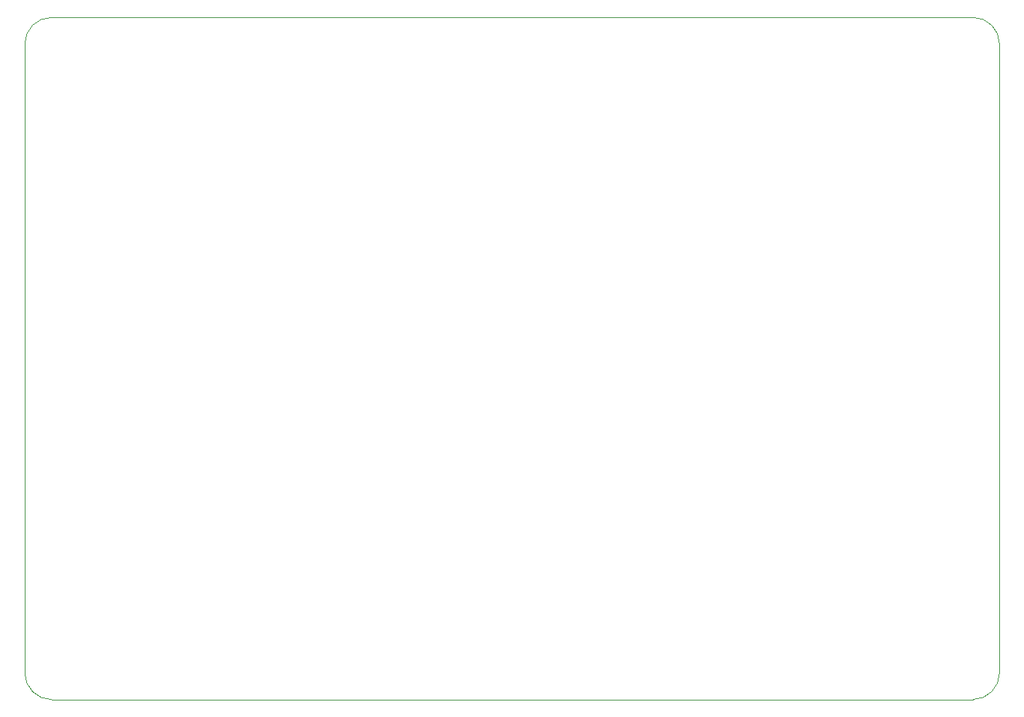
<source format=gbr>
%TF.GenerationSoftware,KiCad,Pcbnew,7.0.2*%
%TF.CreationDate,2023-09-15T09:46:50+02:00*%
%TF.ProjectId,opendaq_carrier_1.0,6f70656e-6461-4715-9f63-617272696572,rev?*%
%TF.SameCoordinates,Original*%
%TF.FileFunction,Profile,NP*%
%FSLAX46Y46*%
G04 Gerber Fmt 4.6, Leading zero omitted, Abs format (unit mm)*
G04 Created by KiCad (PCBNEW 7.0.2) date 2023-09-15 09:46:50*
%MOMM*%
%LPD*%
G01*
G04 APERTURE LIST*
%TA.AperFunction,Profile*%
%ADD10C,0.100000*%
%TD*%
G04 APERTURE END LIST*
D10*
X199000000Y-123000000D02*
X95000000Y-123000000D01*
X202000000Y-49000000D02*
X202000000Y-120000000D01*
X95000000Y-46000000D02*
X199000000Y-46000000D01*
X92000000Y-120000000D02*
X92000000Y-49000000D01*
X92000000Y-120000000D02*
G75*
G03*
X95000000Y-123000000I3000000J0D01*
G01*
X95000000Y-46000000D02*
G75*
G03*
X92000000Y-49000000I0J-3000000D01*
G01*
X202000000Y-49000000D02*
G75*
G03*
X199000000Y-46000000I-3000000J0D01*
G01*
X199000000Y-123000000D02*
G75*
G03*
X202000000Y-120000000I0J3000000D01*
G01*
M02*

</source>
